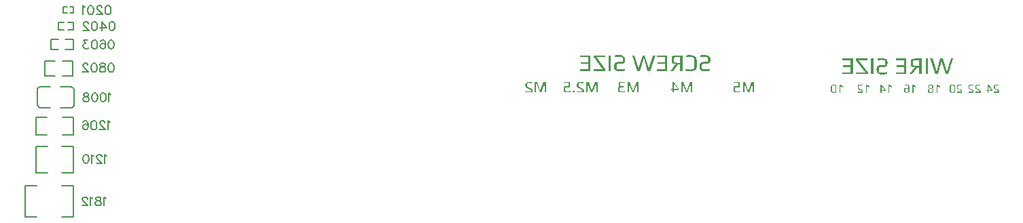
<source format=gbr>
%TF.GenerationSoftware,KiCad,Pcbnew,(6.0.9)*%
%TF.CreationDate,2023-06-30T12:05:43-04:00*%
%TF.ProjectId,TH3D Ruler,54483344-2052-4756-9c65-722e6b696361,rev?*%
%TF.SameCoordinates,Original*%
%TF.FileFunction,Legend,Bot*%
%TF.FilePolarity,Positive*%
%FSLAX46Y46*%
G04 Gerber Fmt 4.6, Leading zero omitted, Abs format (unit mm)*
G04 Created by KiCad (PCBNEW (6.0.9)) date 2023-06-30 12:05:43*
%MOMM*%
%LPD*%
G01*
G04 APERTURE LIST*
%ADD10C,0.152400*%
%ADD11C,0.000000*%
G04 APERTURE END LIST*
D10*
X-77443710Y-94123680D02*
X-77443710Y-95214710D01*
X-74248560Y-102206930D02*
X-74300510Y-101947140D01*
X-77316350Y-118023690D02*
X-77420260Y-118075630D01*
X-75695370Y-118439330D02*
X-75799280Y-118387360D01*
X-74144650Y-101375640D02*
X-73988800Y-101323690D01*
X-75266880Y-99358850D02*
X-75318820Y-99203000D01*
X-77420260Y-118075630D02*
X-77472200Y-118127600D01*
X-75175820Y-118751040D02*
X-75227780Y-118647130D01*
X-73729010Y-101375640D02*
X-73625100Y-101531520D01*
X-75746100Y-108991270D02*
X-75746100Y-109147120D01*
X-75303200Y-105491280D02*
X-75251230Y-105231510D01*
X-78662040Y-110256160D02*
X-78662040Y-108097980D01*
X-73988800Y-102414730D02*
X-74144650Y-102362780D01*
D11*
G36*
X-3769240Y-103667960D02*
G01*
X-3179960Y-104523940D01*
X-3179960Y-104681420D01*
X-3827660Y-104681420D01*
X-3827660Y-104965900D01*
X-3992760Y-104965900D01*
X-3992760Y-104681420D01*
X-4132460Y-104681420D01*
X-4132460Y-104544260D01*
X-3992760Y-104544260D01*
X-3827660Y-104544260D01*
X-3339980Y-104544260D01*
X-3827660Y-103825440D01*
X-3827660Y-104544260D01*
X-3992760Y-104544260D01*
X-3992760Y-103667960D01*
X-3769240Y-103667960D01*
G37*
D10*
X-76269540Y-94175630D02*
X-76165630Y-94331510D01*
X-77407410Y-101739340D02*
X-77303500Y-101895190D01*
X-76868290Y-109458860D02*
X-76972210Y-109562770D01*
X-76077360Y-98423670D02*
X-75973450Y-98423670D01*
X-74731700Y-106062780D02*
X-74887550Y-106114720D01*
X-76768290Y-105283450D02*
X-76820260Y-105387360D01*
X-76841040Y-94591270D02*
X-76789100Y-94331510D01*
X-75746100Y-109147120D02*
X-75798040Y-109406910D01*
X-75798040Y-109406910D02*
X-75901950Y-109562770D01*
X-77459350Y-99099090D02*
X-77459350Y-99203000D01*
X-74955140Y-98423670D02*
X-74799290Y-98475620D01*
X-75335610Y-112723700D02*
X-75543400Y-112723700D01*
X-74799290Y-98891260D02*
X-74695380Y-98995170D01*
D11*
G36*
X25724610Y-100974140D02*
G01*
X25775920Y-100874570D01*
X25862280Y-100805990D01*
X25989280Y-100762810D01*
X26069030Y-100748080D01*
X26162500Y-100737920D01*
X26269690Y-100731820D01*
X26390600Y-100729790D01*
X27076400Y-100729790D01*
X27076400Y-102677970D01*
X26784800Y-102677970D01*
X26784800Y-101847390D01*
X26502860Y-101847390D01*
X25943560Y-102677970D01*
X25587960Y-102677970D01*
X26213300Y-101809290D01*
X26107640Y-101803200D01*
X26011630Y-101785420D01*
X25925780Y-101756460D01*
X25849580Y-101715310D01*
X25743400Y-101601010D01*
X25707840Y-101446070D01*
X25707840Y-101410510D01*
X25999440Y-101410510D01*
X26005530Y-101474520D01*
X26023310Y-101527860D01*
X26052780Y-101570020D01*
X26093420Y-101601010D01*
X26217880Y-101640640D01*
X26403800Y-101654350D01*
X26784800Y-101654350D01*
X26784800Y-100922830D01*
X26377900Y-100922830D01*
X26212800Y-100936040D01*
X26094430Y-100977190D01*
X26023310Y-101045260D01*
X25999440Y-101141270D01*
X25999440Y-101410510D01*
X25707840Y-101410510D01*
X25707840Y-101110790D01*
X25724610Y-100974140D01*
G37*
D10*
X-76113690Y-94747130D02*
X-76165630Y-95006920D01*
X-77407410Y-101427610D02*
X-77459350Y-101531520D01*
X-80499380Y-99637670D02*
X-81458250Y-99637670D01*
X-76835910Y-99462760D02*
X-76783940Y-99410820D01*
X-74577060Y-112879550D02*
X-74732920Y-112723700D01*
X-75299290Y-108939330D02*
X-75195370Y-109095180D01*
X-73473150Y-96747120D02*
X-73525100Y-97006910D01*
X-73884890Y-98423670D02*
X-73729010Y-98475620D01*
X-77359350Y-96539320D02*
X-77255440Y-96695180D01*
X-77391760Y-105647130D02*
X-77443710Y-105751040D01*
X-77303500Y-99462760D02*
X-77147620Y-99514710D01*
X-77476120Y-113347140D02*
X-77476120Y-113191290D01*
X-77524170Y-118231510D02*
X-77524170Y-118335420D01*
X-73625100Y-99306910D02*
X-73729010Y-99462760D01*
X-77060500Y-112723700D02*
X-76904620Y-112775640D01*
X-76389100Y-98891260D02*
X-76337130Y-98631500D01*
X-77004620Y-118075630D02*
X-77108530Y-118023690D01*
X-76939800Y-101375640D02*
X-77043710Y-101323690D01*
X-75661720Y-98891260D02*
X-75661720Y-99047120D01*
X-75351230Y-108731500D02*
X-75351230Y-108835410D01*
X-84684280Y-120533660D02*
X-84684280Y-116620490D01*
X-77232000Y-108523680D02*
X-77128090Y-108523680D01*
X-75698040Y-105231510D02*
X-75646100Y-105491280D01*
X-77320260Y-113762790D02*
X-77424170Y-113606930D01*
X-77407410Y-99358850D02*
X-77303500Y-99462760D01*
X-74643410Y-99151030D02*
X-74695380Y-99358850D01*
X-76246100Y-118231510D02*
X-76350010Y-118179540D01*
X-75869540Y-101375640D02*
X-75765630Y-101531520D01*
X-75510990Y-94123680D02*
X-75614910Y-94175630D01*
X-75059050Y-98423670D02*
X-74955140Y-98423670D01*
X-74575820Y-105491280D02*
X-74575820Y-105647130D01*
X-74248560Y-99306910D02*
X-74300510Y-99047120D01*
X-73884890Y-101323690D02*
X-73729010Y-101375640D01*
X-77443710Y-105906920D02*
X-77391760Y-106010830D01*
X-77180030Y-108939330D02*
X-77128090Y-108939330D01*
X-76337130Y-99306910D02*
X-76389100Y-99047120D01*
X-76685190Y-95162770D02*
X-76789100Y-95006920D01*
X-74129010Y-95162770D02*
X-74284890Y-95214710D01*
X-75751230Y-112931520D02*
X-75751230Y-113035430D01*
X-75331700Y-118543220D02*
X-75487550Y-118491270D01*
X-76800700Y-113606930D02*
X-76904620Y-113762790D01*
X-76057810Y-108523680D02*
X-75901950Y-108575620D01*
X-75543400Y-112723700D02*
X-75647320Y-112775640D01*
X-77028090Y-105491280D02*
X-77235910Y-105439330D01*
X-75699280Y-113139340D02*
X-75595370Y-113295200D01*
D11*
G36*
X33360360Y-103993690D02*
G01*
X33515290Y-104015030D01*
X33515290Y-104121710D01*
X33352230Y-104096820D01*
X33228280Y-104088690D01*
X33180520Y-104089700D01*
X33140390Y-104094280D01*
X33107880Y-104101390D01*
X33083500Y-104111550D01*
X33064700Y-104126790D01*
X33051490Y-104147620D01*
X33043360Y-104173520D01*
X33040320Y-104205530D01*
X33040320Y-104337610D01*
X33046410Y-104378760D01*
X33064700Y-104414820D01*
X33094670Y-104444800D01*
X33136840Y-104469690D01*
X33341050Y-104559600D01*
X33407600Y-104594150D01*
X33444180Y-104617010D01*
X33475670Y-104640880D01*
X33497510Y-104662730D01*
X33518850Y-104690670D01*
X33535620Y-104723690D01*
X33541200Y-104742480D01*
X33547810Y-104782110D01*
X33548320Y-104977690D01*
X32895540Y-104977690D01*
X32895540Y-104873550D01*
X33411150Y-104873550D01*
X33411150Y-104807510D01*
X33405060Y-104766870D01*
X33386770Y-104731310D01*
X33355780Y-104700830D01*
X33312100Y-104675430D01*
X33019490Y-104539280D01*
X32971740Y-104510330D01*
X32937190Y-104480360D01*
X32923980Y-104464100D01*
X32913320Y-104446830D01*
X32900110Y-104406700D01*
X32895540Y-104357930D01*
X32895540Y-104197910D01*
X32900110Y-104144570D01*
X32913320Y-104099860D01*
X32935670Y-104063290D01*
X32966650Y-104035350D01*
X33008310Y-104014010D01*
X33060640Y-103998770D01*
X33125150Y-103990140D01*
X33200340Y-103987090D01*
X33360360Y-103993690D01*
G37*
D10*
X-75957810Y-106114720D02*
X-76061720Y-106114720D01*
X-75903200Y-118751040D02*
X-75903200Y-118906920D01*
X-77439790Y-109458860D02*
X-77491760Y-109303000D01*
X-74643410Y-98891260D02*
X-74643410Y-99151030D01*
X-75646100Y-105491280D02*
X-75646100Y-105647130D01*
X-77180030Y-109614710D02*
X-77335910Y-109562770D01*
X-76835910Y-101583460D02*
X-76835910Y-101531520D01*
X-74575820Y-105647130D02*
X-74627790Y-105906920D01*
X-76061720Y-106114720D02*
X-76217600Y-106062780D01*
X-74799290Y-101843230D02*
X-74955140Y-101791280D01*
D11*
G36*
X30589220Y-104154730D02*
G01*
X30596840Y-104129330D01*
X30619700Y-104084120D01*
X30647640Y-104050590D01*
X30664400Y-104038400D01*
X30705040Y-104018080D01*
X30751780Y-104003850D01*
X30794960Y-103995220D01*
X30838640Y-103989630D01*
X30893000Y-103987090D01*
X30997650Y-103988100D01*
X31047940Y-103992680D01*
X31096200Y-104002840D01*
X31141920Y-104018080D01*
X31179000Y-104038400D01*
X31209480Y-104066840D01*
X31236410Y-104107480D01*
X31247080Y-104131870D01*
X31255200Y-104158280D01*
X31260790Y-104186730D01*
X31263840Y-104217720D01*
X31264860Y-104744010D01*
X31260790Y-104804970D01*
X31255200Y-104831380D01*
X31247080Y-104855770D01*
X31236410Y-104878120D01*
X31211010Y-104915200D01*
X31181040Y-104942130D01*
X31162750Y-104953300D01*
X31117540Y-104970070D01*
X31073340Y-104980740D01*
X31031180Y-104987850D01*
X30984440Y-104991400D01*
X30924500Y-104992930D01*
X30867090Y-104991400D01*
X30773110Y-104981750D01*
X30726380Y-104970070D01*
X30682690Y-104950260D01*
X30647640Y-104926890D01*
X30619700Y-104895390D01*
X30596840Y-104853230D01*
X30583630Y-104801410D01*
X30579320Y-104751630D01*
X30713680Y-104751630D01*
X30718760Y-104807510D01*
X30725360Y-104829350D01*
X30734000Y-104848150D01*
X30745680Y-104862880D01*
X30760410Y-104875070D01*
X30777680Y-104884720D01*
X30821370Y-104896920D01*
X30882330Y-104903010D01*
X30958020Y-104903010D01*
X31020000Y-104896920D01*
X31064200Y-104884720D01*
X31081470Y-104875070D01*
X31095690Y-104862880D01*
X31107380Y-104848150D01*
X31116520Y-104829350D01*
X31122620Y-104807510D01*
X31126680Y-104781090D01*
X31127700Y-104241090D01*
X31123630Y-104178600D01*
X31118040Y-104154220D01*
X31109920Y-104134410D01*
X31098230Y-104118150D01*
X31084010Y-104104940D01*
X31066740Y-104095290D01*
X31022540Y-104083100D01*
X30960560Y-104076500D01*
X30883860Y-104076500D01*
X30821370Y-104083100D01*
X30777680Y-104095290D01*
X30760410Y-104104940D01*
X30745680Y-104118150D01*
X30734000Y-104134410D01*
X30725360Y-104154220D01*
X30718760Y-104178600D01*
X30713680Y-104241090D01*
X30713680Y-104751630D01*
X30579320Y-104751630D01*
X30580070Y-104214160D01*
X30589220Y-104154730D01*
G37*
D10*
X-75370790Y-102206930D02*
X-75318820Y-102310840D01*
X-75279730Y-118387360D02*
X-75383640Y-118439330D01*
X-77472200Y-118439330D02*
X-77368290Y-118595190D01*
X-79646950Y-99637670D02*
X-78688080Y-99637670D01*
X-76217600Y-106062780D02*
X-76321510Y-105906920D01*
X-75162960Y-99462760D02*
X-75266880Y-99358850D01*
X-75279730Y-118075630D02*
X-75227780Y-118179540D01*
X-74544650Y-94175630D02*
X-74388800Y-94123680D01*
X-74903200Y-102414730D02*
X-74747320Y-102362780D01*
X-83284280Y-111744480D02*
X-81849360Y-111744480D01*
X-75043410Y-95214710D02*
X-75770790Y-95214710D01*
X-76161720Y-108523680D02*
X-76057810Y-108523680D01*
X-77424170Y-113606930D02*
X-77476120Y-113347140D01*
X-78662040Y-120533660D02*
X-78662040Y-116620490D01*
X-76393010Y-96591270D02*
X-76341040Y-96331500D01*
X-75303200Y-105647130D02*
X-75303200Y-105491280D01*
X-73884890Y-99514710D02*
X-73988800Y-99514710D01*
X-76233220Y-99462760D02*
X-76337130Y-99306910D01*
X-79799380Y-97175670D02*
X-80517410Y-97175670D01*
D11*
G36*
X-8898480Y-104750000D02*
G01*
X-8890860Y-104747460D01*
X-8476840Y-103667960D01*
X-8184740Y-103667960D01*
X-8184740Y-104965900D01*
X-8360000Y-104965900D01*
X-8360000Y-103868620D01*
X-8370160Y-103868620D01*
X-8799420Y-104965900D01*
X-8974680Y-104965900D01*
X-9391240Y-103868620D01*
X-9401400Y-103868620D01*
X-9401400Y-104965900D01*
X-9571580Y-104965900D01*
X-9571580Y-103667960D01*
X-9292180Y-103667960D01*
X-8898480Y-104750000D01*
G37*
D10*
X-73625100Y-102206930D02*
X-73729010Y-102362780D01*
D11*
G36*
X-16171220Y-104965900D02*
G01*
X-16404900Y-104965900D01*
X-16404900Y-104750000D01*
X-16171220Y-104750000D01*
X-16171220Y-104965900D01*
G37*
D10*
X-74747320Y-101687370D02*
X-74851230Y-101739340D01*
X-76393010Y-96747120D02*
X-76393010Y-96591270D01*
X-75666870Y-94227590D02*
X-75718820Y-94331510D01*
X-74700510Y-94591270D02*
X-74648560Y-94331510D01*
X-74232920Y-105023690D02*
X-74232920Y-106114720D01*
X-74747320Y-101375640D02*
X-74695380Y-101479550D01*
X-77459350Y-99203000D02*
X-77407410Y-99358850D01*
X-75973450Y-99514710D02*
X-76077360Y-99514710D01*
X-76473450Y-109147120D02*
X-76473450Y-108991270D01*
D11*
G36*
X4413520Y-104302960D02*
G01*
X3987810Y-104303470D01*
X3924310Y-104309570D01*
X3892820Y-104318200D01*
X3860810Y-104333440D01*
X3837450Y-104356300D01*
X3823730Y-104386780D01*
X3819160Y-104424880D01*
X3819160Y-104683960D01*
X3822710Y-104721550D01*
X3833890Y-104753050D01*
X3852180Y-104778450D01*
X3877580Y-104798260D01*
X3909580Y-104813500D01*
X3949710Y-104824680D01*
X3998480Y-104831280D01*
X4055380Y-104833820D01*
X4138690Y-104830770D01*
X4231150Y-104821630D01*
X4333250Y-104806390D01*
X4444000Y-104785560D01*
X4444000Y-104930340D01*
X4337320Y-104945580D01*
X4237750Y-104956760D01*
X4145290Y-104963360D01*
X4060460Y-104965900D01*
X3938540Y-104963360D01*
X3880120Y-104954730D01*
X3821700Y-104940500D01*
X3766330Y-104920180D01*
X3722640Y-104894780D01*
X3703330Y-104878020D01*
X3686060Y-104858210D01*
X3670310Y-104835850D01*
X3656600Y-104810960D01*
X3645420Y-104783020D01*
X3637290Y-104753560D01*
X3632720Y-104722060D01*
X3631200Y-104689040D01*
X3631200Y-104391860D01*
X3634250Y-104354270D01*
X3643900Y-104320230D01*
X3659650Y-104289250D01*
X3682000Y-104262320D01*
X3706890Y-104240990D01*
X3733310Y-104222700D01*
X3761750Y-104207970D01*
X3791220Y-104196280D01*
X3823730Y-104188150D01*
X3894850Y-104179520D01*
X4233180Y-104178500D01*
X4233180Y-103784800D01*
X3666760Y-103784800D01*
X3666760Y-103647640D01*
X4413520Y-103647640D01*
X4413520Y-104302960D01*
G37*
D10*
X-74177060Y-108679530D02*
X-74332920Y-108523680D01*
X-76904620Y-113762790D02*
X-77060500Y-113814730D01*
X-74573150Y-118231510D02*
X-74677060Y-118179540D01*
X-76337130Y-98631500D02*
X-76233220Y-98475620D01*
D11*
G36*
X-14195550Y-102276140D02*
G01*
X-15534130Y-102276140D01*
X-15534130Y-102072940D01*
X-14487650Y-102072940D01*
X-14487650Y-101374440D01*
X-15404590Y-101374440D01*
X-15404590Y-101168700D01*
X-14487650Y-101168700D01*
X-14487650Y-100533700D01*
X-15503650Y-100533700D01*
X-15503650Y-100330500D01*
X-14195550Y-100330500D01*
X-14195550Y-102276140D01*
G37*
D10*
X-74991460Y-105023690D02*
X-74887550Y-105023690D01*
X-74200510Y-96747120D02*
X-74200510Y-96591270D01*
X-75111000Y-102414730D02*
X-74903200Y-102414730D01*
X-76787850Y-96383440D02*
X-76787850Y-96331500D01*
X-77424170Y-112931520D02*
X-77320260Y-112775640D01*
X-74727790Y-108783450D02*
X-74727790Y-108731500D01*
X-77472200Y-118127600D02*
X-77524170Y-118231510D01*
X-74044650Y-97162770D02*
X-74148560Y-97006910D01*
X-73729010Y-98475620D02*
X-73625100Y-98631500D01*
X-76421510Y-109406910D02*
X-76473450Y-109147120D01*
X-75646100Y-105647130D02*
X-75698040Y-105906920D01*
X-78599740Y-106605780D02*
X-78599740Y-104548380D01*
X-75127780Y-112983460D02*
X-75127780Y-112931520D01*
X-75435610Y-118023690D02*
X-75279730Y-118075630D01*
X-75251230Y-105906920D02*
X-75303200Y-105647130D01*
X-76165630Y-94331510D02*
X-76113690Y-94591270D01*
X-75698040Y-105906920D02*
X-75801950Y-106062780D01*
X-75062960Y-96123680D02*
X-74543410Y-96851030D01*
X-76900700Y-118283450D02*
X-76900700Y-118231510D01*
X-73973150Y-94591270D02*
X-73973150Y-94747130D01*
D11*
G36*
X-15373150Y-103647130D02*
G01*
X-15267480Y-103654240D01*
X-15163340Y-103666430D01*
X-15061240Y-103683200D01*
X-15061240Y-103822900D01*
X-15175540Y-103805120D01*
X-15277140Y-103792420D01*
X-15366040Y-103784800D01*
X-15442240Y-103782260D01*
X-15506750Y-103783780D01*
X-15561110Y-103789880D01*
X-15604790Y-103799020D01*
X-15637820Y-103812740D01*
X-15662200Y-103831530D01*
X-15679470Y-103858460D01*
X-15690140Y-103892490D01*
X-15693700Y-103934660D01*
X-15693700Y-104112460D01*
X-15661690Y-104215580D01*
X-15566700Y-104287720D01*
X-15350790Y-104384240D01*
X-15293390Y-104408110D01*
X-15204490Y-104453330D01*
X-15133880Y-104499050D01*
X-15097300Y-104529530D01*
X-15069360Y-104562550D01*
X-15045490Y-104604710D01*
X-15026690Y-104652460D01*
X-15016530Y-104705800D01*
X-15015520Y-104965900D01*
X-15886740Y-104965900D01*
X-15886740Y-104826200D01*
X-15200930Y-104826200D01*
X-15200930Y-104739840D01*
X-15233450Y-104637220D01*
X-15330470Y-104564580D01*
X-15632740Y-104424880D01*
X-15722140Y-104381700D01*
X-15787680Y-104343600D01*
X-15811550Y-104323790D01*
X-15831870Y-104302960D01*
X-15849650Y-104280610D01*
X-15863880Y-104257240D01*
X-15874040Y-104232350D01*
X-15881150Y-104204910D01*
X-15885210Y-104173930D01*
X-15886740Y-104140400D01*
X-15886740Y-103927040D01*
X-15863370Y-103796480D01*
X-15792760Y-103711140D01*
X-15666260Y-103661350D01*
X-15480340Y-103645100D01*
X-15373150Y-103647130D01*
G37*
D10*
X-73525100Y-96331500D02*
X-73473150Y-96591270D01*
X-74955140Y-99514710D02*
X-75007110Y-99514710D01*
X-76425390Y-94123680D02*
X-76269540Y-94175630D01*
D11*
G36*
X15783560Y-104183180D02*
G01*
X15790160Y-104154730D01*
X15808450Y-104104940D01*
X15819620Y-104084620D01*
X15832830Y-104066840D01*
X15847060Y-104052620D01*
X15884140Y-104028240D01*
X15928340Y-104009440D01*
X15973550Y-103998770D01*
X16017240Y-103991660D01*
X16064480Y-103988100D01*
X16123920Y-103986580D01*
X16222980Y-103989120D01*
X16271240Y-103996740D01*
X16319500Y-104009440D01*
X16361660Y-104028240D01*
X16395700Y-104052620D01*
X16410430Y-104068370D01*
X16435830Y-104107480D01*
X16446500Y-104131360D01*
X16454620Y-104157780D01*
X16463260Y-104217720D01*
X16463260Y-104775500D01*
X16454620Y-104831380D01*
X16446500Y-104855260D01*
X16435830Y-104878120D01*
X16411950Y-104914700D01*
X16381980Y-104942130D01*
X16342860Y-104962450D01*
X16273270Y-104980740D01*
X16230600Y-104987340D01*
X16183860Y-104991400D01*
X16094450Y-104992420D01*
X15995900Y-104985310D01*
X15949160Y-104976670D01*
X15903950Y-104960420D01*
X15865850Y-104938570D01*
X15834360Y-104912160D01*
X15820640Y-104895390D01*
X15808960Y-104875580D01*
X15798800Y-104852720D01*
X15783560Y-104801410D01*
X15778860Y-104751120D01*
X15915640Y-104751120D01*
X15916650Y-104781090D01*
X15920210Y-104807000D01*
X15925800Y-104829350D01*
X15933420Y-104847640D01*
X15945100Y-104862880D01*
X15959320Y-104875580D01*
X15977100Y-104885740D01*
X15996920Y-104893360D01*
X16049750Y-104900980D01*
X16121380Y-104903520D01*
X16191990Y-104900980D01*
X16245840Y-104893360D01*
X16266160Y-104885740D01*
X16283430Y-104875580D01*
X16297650Y-104862880D01*
X16309330Y-104847640D01*
X16318480Y-104829350D01*
X16324570Y-104807000D01*
X16328640Y-104781090D01*
X16328640Y-104207560D01*
X16324570Y-104178600D01*
X16318480Y-104154220D01*
X16309330Y-104133900D01*
X16297650Y-104117640D01*
X16283430Y-104104940D01*
X16266160Y-104094780D01*
X16222980Y-104082590D01*
X16160490Y-104076500D01*
X16083280Y-104076500D01*
X16020790Y-104082590D01*
X15978120Y-104094780D01*
X15961360Y-104104940D01*
X15947640Y-104117640D01*
X15935960Y-104133900D01*
X15927320Y-104154220D01*
X15920720Y-104178600D01*
X15915640Y-104240580D01*
X15915640Y-104751120D01*
X15778860Y-104751120D01*
X15778480Y-104248200D01*
X15783560Y-104183180D01*
G37*
D10*
X-74144650Y-98475620D02*
X-73988800Y-98423670D01*
X-74077060Y-105179540D02*
X-74232920Y-105023690D01*
X-75227780Y-118179540D02*
X-75227780Y-118283450D01*
X-73625100Y-101531520D02*
X-73573150Y-101791280D01*
X-75227780Y-118283450D02*
X-75279730Y-118387360D01*
X-76887850Y-101427610D02*
X-76939800Y-101375640D01*
X-74991460Y-106114720D02*
X-75147320Y-106062780D01*
X-75147320Y-106062780D02*
X-75251230Y-105906920D01*
X-77255440Y-96695180D02*
X-76735910Y-97214710D01*
X-74732920Y-112723700D02*
X-74732920Y-113814730D01*
D11*
G36*
X5460000Y-104750000D02*
G01*
X5465080Y-104747460D01*
X5881640Y-103667960D01*
X6171200Y-103667960D01*
X6171200Y-104965900D01*
X5998480Y-104965900D01*
X5998480Y-103868620D01*
X5988320Y-103868620D01*
X5556520Y-104965900D01*
X5383800Y-104965900D01*
X4964700Y-103868620D01*
X4954540Y-103868620D01*
X4954540Y-104965900D01*
X4786900Y-104965900D01*
X4786900Y-103667960D01*
X5066300Y-103667960D01*
X5460000Y-104750000D01*
G37*
D10*
X-75817600Y-99462760D02*
X-75973450Y-99514710D01*
X-80517410Y-97175670D02*
X-80517410Y-96178470D01*
X-77203500Y-96123680D02*
X-77307410Y-96175620D01*
X-74700510Y-94747130D02*
X-74700510Y-94591270D01*
X-77439790Y-109095180D02*
X-77335910Y-108991270D01*
X-76389100Y-99047120D02*
X-76389100Y-98891260D01*
X-80021960Y-110256160D02*
X-78662040Y-110256160D01*
X-75127780Y-112931520D02*
X-75179730Y-112827610D01*
X-77391760Y-105283450D02*
X-77391760Y-105179540D01*
X-74300510Y-101947140D02*
X-74300510Y-101791280D01*
X-76716350Y-105906920D02*
X-76716350Y-105751040D01*
X-78651450Y-95067670D02*
X-78651450Y-94286470D01*
X-76317600Y-108575620D02*
X-76161720Y-108523680D01*
X-75062960Y-96123680D02*
X-75062960Y-97214710D01*
D11*
G36*
X26343860Y-104209590D02*
G01*
X26343860Y-104331510D01*
X26049220Y-104138470D01*
X26049220Y-104976670D01*
X25917140Y-104976670D01*
X25917140Y-104003850D01*
X26046680Y-104003850D01*
X26343860Y-104209590D01*
G37*
D10*
X-75147320Y-94227590D02*
X-75199290Y-94175630D01*
X-76748760Y-113191290D02*
X-76748760Y-113347140D01*
X-76389100Y-102206930D02*
X-76441040Y-101947140D01*
X-75591460Y-118491270D02*
X-75747320Y-118543220D01*
X-76081280Y-97214710D02*
X-76237130Y-97162770D01*
X-79894880Y-95067670D02*
X-79894880Y-94286470D01*
X-75318820Y-102310840D02*
X-75266880Y-102362780D01*
X-75318820Y-101947140D02*
X-75370790Y-102051050D01*
D11*
G36*
X-12354050Y-100533700D02*
G01*
X-13469110Y-100533700D01*
X-12323570Y-102072940D01*
X-12323570Y-102276140D01*
X-13824710Y-102276140D01*
X-13824710Y-102072940D01*
X-12661390Y-102072940D01*
X-13806930Y-100533700D01*
X-13806930Y-100330500D01*
X-12354050Y-100330500D01*
X-12354050Y-100533700D01*
G37*
D10*
X-76783940Y-99410820D02*
X-76732000Y-99306910D01*
X-76839800Y-96227590D02*
X-76891760Y-96175620D01*
X-76250010Y-112879550D02*
X-76405860Y-112723700D01*
X-77491760Y-109303000D02*
X-77491760Y-109251030D01*
X-76505860Y-118023690D02*
X-76505860Y-119114720D01*
X-75111000Y-101323690D02*
X-74903200Y-101323690D01*
X-78712030Y-102894180D02*
X-78712030Y-101059990D01*
X-77128090Y-109614710D02*
X-77180030Y-109614710D01*
D11*
G36*
X-10508990Y-100303070D02*
G01*
X-10386560Y-100312220D01*
X-10280390Y-100327460D01*
X-10189970Y-100348280D01*
X-10047220Y-100409240D01*
X-9953750Y-100495600D01*
X-9900410Y-100609400D01*
X-9882630Y-100752140D01*
X-9882630Y-100909620D01*
X-9890250Y-101021380D01*
X-9912600Y-101117400D01*
X-9949680Y-101198170D01*
X-10002010Y-101262680D01*
X-10072110Y-101312980D01*
X-10162530Y-101348540D01*
X-10273790Y-101369870D01*
X-10405870Y-101376980D01*
X-10634470Y-101376980D01*
X-10787380Y-101389680D01*
X-10885930Y-101427780D01*
X-10917930Y-101458260D01*
X-10941300Y-101497890D01*
X-10955020Y-101547160D01*
X-10959590Y-101605580D01*
X-10959590Y-101857040D01*
X-10952980Y-101919530D01*
X-10934190Y-101970840D01*
X-10902180Y-102011980D01*
X-10857990Y-102042460D01*
X-10725910Y-102079040D01*
X-10532870Y-102090720D01*
X-10395710Y-102086150D01*
X-10247880Y-102072440D01*
X-10089380Y-102049580D01*
X-9920730Y-102017060D01*
X-9920730Y-102258360D01*
X-10087350Y-102279700D01*
X-10241780Y-102294940D01*
X-10384530Y-102303580D01*
X-10515090Y-102306620D01*
X-10638020Y-102303580D01*
X-10748770Y-102293920D01*
X-10846300Y-102278180D01*
X-10931650Y-102255820D01*
X-11070840Y-102188260D01*
X-11167870Y-102085640D01*
X-11224760Y-101942900D01*
X-11244070Y-101757980D01*
X-11244070Y-101615740D01*
X-11232380Y-101467920D01*
X-11198350Y-101354120D01*
X-11170410Y-101308910D01*
X-11134340Y-101269800D01*
X-11090140Y-101236780D01*
X-11038330Y-101209340D01*
X-10904220Y-101173280D01*
X-10725910Y-101161080D01*
X-10492230Y-101161080D01*
X-10338300Y-101149910D01*
X-10238230Y-101115360D01*
X-10205710Y-101087930D01*
X-10182860Y-101053900D01*
X-10169140Y-101013260D01*
X-10164570Y-100965500D01*
X-10164570Y-100744520D01*
X-10170160Y-100683060D01*
X-10187430Y-100631240D01*
X-10215870Y-100588060D01*
X-10256010Y-100554020D01*
X-10313410Y-100530660D01*
X-10394180Y-100514400D01*
X-10498830Y-100504240D01*
X-10626850Y-100500680D01*
X-10726920Y-100504240D01*
X-10847320Y-100513380D01*
X-10987530Y-100529640D01*
X-11147550Y-100551480D01*
X-11147550Y-100333040D01*
X-11001750Y-100318820D01*
X-10870180Y-100308660D01*
X-10751820Y-100302060D01*
X-10647170Y-100300020D01*
X-10508990Y-100303070D01*
G37*
D10*
X-75821510Y-97162770D02*
X-75977360Y-97214710D01*
X-74144650Y-102362780D02*
X-74248560Y-102206930D01*
X-77183940Y-105023690D02*
X-76976120Y-105023690D01*
X-75799280Y-118387360D02*
X-75851230Y-118283450D01*
X-75266880Y-102362780D02*
X-75111000Y-102414730D01*
X-75195370Y-109095180D02*
X-74675820Y-109614710D01*
X-74144650Y-99462760D02*
X-74248560Y-99306910D01*
X-74677060Y-118179540D02*
X-74832920Y-118023690D01*
X-75817600Y-98475620D02*
X-75713690Y-98631500D01*
X-77407410Y-98943210D02*
X-77459350Y-99099090D01*
X-75747320Y-118543220D02*
X-75851230Y-118647130D01*
X-74731700Y-105075630D02*
X-74627790Y-105231510D01*
X-77108530Y-118023690D02*
X-77316350Y-118023690D01*
X-77391760Y-105179540D02*
X-77339790Y-105075630D01*
X-77443710Y-105751040D02*
X-77443710Y-105906920D01*
X-81924370Y-110256160D02*
X-83284280Y-110256160D01*
X-76972210Y-108575620D02*
X-76868290Y-108731500D01*
X-75821510Y-96175620D02*
X-75717600Y-96331500D01*
X-77320260Y-112775640D02*
X-77164410Y-112723700D01*
X-77359350Y-96227590D02*
X-77411300Y-96331500D01*
X-73573150Y-99047120D02*
X-73625100Y-99306910D01*
X-74935610Y-108523680D02*
X-75143410Y-108523680D01*
D11*
G36*
X19560540Y-103993690D02*
G01*
X19715480Y-104015030D01*
X19715480Y-104121710D01*
X19551900Y-104096820D01*
X19428460Y-104088690D01*
X19380200Y-104089700D01*
X19340060Y-104094280D01*
X19307550Y-104101390D01*
X19283680Y-104111550D01*
X19264370Y-104126790D01*
X19251160Y-104147620D01*
X19243040Y-104173520D01*
X19240500Y-104205530D01*
X19240500Y-104337610D01*
X19246080Y-104378760D01*
X19264370Y-104414820D01*
X19294340Y-104444800D01*
X19337020Y-104469690D01*
X19540720Y-104559600D01*
X19607270Y-104594150D01*
X19644360Y-104617010D01*
X19675340Y-104640880D01*
X19697700Y-104662730D01*
X19718520Y-104690670D01*
X19735800Y-104723690D01*
X19740880Y-104742480D01*
X19747480Y-104782110D01*
X19748500Y-104977690D01*
X19095720Y-104977690D01*
X19095720Y-104873550D01*
X19611340Y-104873550D01*
X19611340Y-104807510D01*
X19604730Y-104766870D01*
X19586440Y-104731310D01*
X19555460Y-104700830D01*
X19512280Y-104675430D01*
X19250150Y-104555030D01*
X19193250Y-104524550D01*
X19152610Y-104495600D01*
X19136860Y-104480360D01*
X19123660Y-104464100D01*
X19113500Y-104446830D01*
X19105370Y-104427520D01*
X19099780Y-104406700D01*
X19096730Y-104383330D01*
X19095720Y-104197910D01*
X19099780Y-104144570D01*
X19113500Y-104099860D01*
X19135340Y-104063290D01*
X19166840Y-104035350D01*
X19207980Y-104014010D01*
X19260820Y-103998770D01*
X19324820Y-103990140D01*
X19400520Y-103987090D01*
X19560540Y-103993690D01*
G37*
D10*
X-75214910Y-98475620D02*
X-75059050Y-98423670D01*
D11*
G36*
X25179520Y-102677970D02*
G01*
X23840440Y-102677970D01*
X23840440Y-102472230D01*
X24889460Y-102472230D01*
X24889460Y-101773730D01*
X23970480Y-101773730D01*
X23970480Y-101570530D01*
X24889460Y-101570530D01*
X24889460Y-100935530D01*
X23870920Y-100935530D01*
X23870920Y-100729790D01*
X25179520Y-100729790D01*
X25179520Y-102677970D01*
G37*
G36*
X28923480Y-102401110D02*
G01*
X28930600Y-102401110D01*
X29413700Y-100729790D01*
X29721040Y-100729790D01*
X30206180Y-102401110D01*
X30210760Y-102401110D01*
X30693860Y-100729790D01*
X31003240Y-100729790D01*
X30394140Y-102677970D01*
X30056320Y-102677970D01*
X29578800Y-101057450D01*
X29113980Y-102677970D01*
X28773120Y-102677970D01*
X28145740Y-100729790D01*
X28440380Y-100729790D01*
X28923480Y-102401110D01*
G37*
D10*
X-73473150Y-96591270D02*
X-73473150Y-96747120D01*
X-75643400Y-119114720D02*
X-75435610Y-119114720D01*
X-75266880Y-98579530D02*
X-75214910Y-98475620D01*
X-76129310Y-101323690D02*
X-76025400Y-101323690D01*
D11*
G36*
X36530280Y-103993690D02*
G01*
X36685220Y-104015030D01*
X36685220Y-104121710D01*
X36522150Y-104096820D01*
X36398200Y-104088690D01*
X36350440Y-104089700D01*
X36310310Y-104094280D01*
X36277800Y-104101390D01*
X36253420Y-104111550D01*
X36234620Y-104126790D01*
X36221410Y-104147620D01*
X36213280Y-104173520D01*
X36210240Y-104205530D01*
X36210240Y-104337610D01*
X36216330Y-104378760D01*
X36234620Y-104414820D01*
X36264590Y-104444800D01*
X36306760Y-104469690D01*
X36528240Y-104568240D01*
X36595810Y-104604820D01*
X36630860Y-104629200D01*
X36657780Y-104652060D01*
X36678610Y-104675940D01*
X36697920Y-104706420D01*
X36711120Y-104742480D01*
X36717730Y-104782110D01*
X36718240Y-104977690D01*
X36065460Y-104977690D01*
X36065460Y-104873550D01*
X36581080Y-104873550D01*
X36581080Y-104807510D01*
X36574980Y-104766870D01*
X36556690Y-104731310D01*
X36525700Y-104700830D01*
X36482010Y-104675430D01*
X36189410Y-104539280D01*
X36141650Y-104510330D01*
X36107110Y-104480360D01*
X36093900Y-104464100D01*
X36083240Y-104446830D01*
X36070030Y-104406700D01*
X36065460Y-104357930D01*
X36065460Y-104197910D01*
X36070030Y-104144570D01*
X36083240Y-104099860D01*
X36105590Y-104063290D01*
X36136580Y-104035350D01*
X36178230Y-104014010D01*
X36230560Y-103998770D01*
X36295070Y-103990140D01*
X36370260Y-103987090D01*
X36530280Y-103993690D01*
G37*
D10*
X-76835910Y-98423670D02*
X-77407410Y-98423670D01*
X-76891760Y-96175620D02*
X-76995680Y-96123680D01*
X-76529310Y-95214710D02*
X-76685190Y-95162770D01*
D11*
G36*
X27879540Y-104591610D02*
G01*
X27888180Y-104566210D01*
X27902400Y-104543350D01*
X27922220Y-104523030D01*
X27947110Y-104503720D01*
X27975560Y-104487980D01*
X28008070Y-104474770D01*
X28044140Y-104464610D01*
X28044140Y-104459530D01*
X28013150Y-104450380D01*
X27986220Y-104439720D01*
X27963870Y-104426510D01*
X27945080Y-104411270D01*
X27930850Y-104392980D01*
X27920180Y-104371640D01*
X27914090Y-104347260D01*
X27913000Y-104332530D01*
X28046680Y-104332530D01*
X28049220Y-104358440D01*
X28056330Y-104379770D01*
X28068010Y-104397550D01*
X28084780Y-104411270D01*
X28108650Y-104419900D01*
X28140150Y-104426510D01*
X28224480Y-104431590D01*
X28308300Y-104426510D01*
X28338780Y-104419900D01*
X28361640Y-104411270D01*
X28378400Y-104397550D01*
X28390080Y-104379770D01*
X28397700Y-104358440D01*
X28399740Y-104332530D01*
X28399740Y-104175050D01*
X28397200Y-104149140D01*
X28389580Y-104127300D01*
X28376880Y-104109520D01*
X28359100Y-104096310D01*
X28335730Y-104086150D01*
X28305250Y-104079040D01*
X28268160Y-104074460D01*
X28179770Y-104074460D01*
X28142180Y-104079040D01*
X28111190Y-104086150D01*
X28087320Y-104096310D01*
X28069540Y-104109520D01*
X28056840Y-104127300D01*
X28049220Y-104149140D01*
X28046680Y-104175050D01*
X28046680Y-104332530D01*
X27913000Y-104332530D01*
X27912060Y-104167430D01*
X27915610Y-104127800D01*
X27924760Y-104096310D01*
X27942540Y-104066340D01*
X27970480Y-104037890D01*
X28065980Y-103999790D01*
X28224480Y-103987090D01*
X28381450Y-103999790D01*
X28475940Y-104037890D01*
X28491180Y-104051600D01*
X28514040Y-104081070D01*
X28527240Y-104111040D01*
X28533850Y-104146600D01*
X28534360Y-104319830D01*
X28532320Y-104347260D01*
X28526230Y-104371640D01*
X28516070Y-104392980D01*
X28501340Y-104411270D01*
X28482540Y-104426510D01*
X28459680Y-104439720D01*
X28431740Y-104450380D01*
X28399740Y-104459530D01*
X28399740Y-104464610D01*
X28435800Y-104474770D01*
X28468320Y-104487980D01*
X28497270Y-104503720D01*
X28521660Y-104523030D01*
X28541980Y-104543350D01*
X28556200Y-104566210D01*
X28564840Y-104591610D01*
X28567380Y-104619550D01*
X28567380Y-104802430D01*
X28562300Y-104849160D01*
X28547060Y-104889300D01*
X28521660Y-104921810D01*
X28486100Y-104947210D01*
X28381450Y-104981240D01*
X28224480Y-104992930D01*
X28063950Y-104981240D01*
X27957780Y-104947210D01*
X27922220Y-104921810D01*
X27896820Y-104888790D01*
X27881580Y-104848150D01*
X27877300Y-104807510D01*
X28023820Y-104807510D01*
X28026860Y-104831890D01*
X28035500Y-104853230D01*
X28049720Y-104869990D01*
X28069540Y-104883710D01*
X28095440Y-104892340D01*
X28129990Y-104898950D01*
X28224480Y-104904030D01*
X28317440Y-104898950D01*
X28351480Y-104892340D01*
X28376880Y-104883710D01*
X28397200Y-104869990D01*
X28411420Y-104853230D01*
X28420060Y-104831890D01*
X28422600Y-104807510D01*
X28422600Y-104624630D01*
X28418530Y-104589580D01*
X28406340Y-104562140D01*
X28385510Y-104541320D01*
X28356560Y-104528110D01*
X28283910Y-104516420D01*
X28247340Y-104515410D01*
X28145740Y-104517950D01*
X28087320Y-104528110D01*
X28059880Y-104541320D01*
X28040070Y-104562140D01*
X28027880Y-104589580D01*
X28023820Y-104624630D01*
X28023820Y-104807510D01*
X27877300Y-104807510D01*
X27876500Y-104619550D01*
X27879540Y-104591610D01*
G37*
D10*
X-81508160Y-104281680D02*
X-82905160Y-104281680D01*
X-78662040Y-116620490D02*
X-80096960Y-116620490D01*
X-73888800Y-96123680D02*
X-73784890Y-96123680D01*
X-75665630Y-96747120D02*
X-75717600Y-97006910D01*
X-76217600Y-105075630D02*
X-76061720Y-105023690D01*
X-74747320Y-102362780D02*
X-74695380Y-102310840D01*
X-73729010Y-99462760D02*
X-73884890Y-99514710D01*
X-78599740Y-104548380D02*
X-78866440Y-104281680D01*
X-77411300Y-96435410D02*
X-77359350Y-96539320D01*
X-75299290Y-108627590D02*
X-75351230Y-108731500D01*
X-75661720Y-99047120D02*
X-75713690Y-99306910D01*
X-80949360Y-102894180D02*
X-82234300Y-102894180D01*
X-77164410Y-113814730D02*
X-77320260Y-113762790D01*
X-75318820Y-101583460D02*
X-75318820Y-101479550D01*
X-74300510Y-98891260D02*
X-74248560Y-98631500D01*
D11*
G36*
X31930340Y-103993690D02*
G01*
X32085280Y-104015030D01*
X32085280Y-104121710D01*
X31922210Y-104096820D01*
X31798260Y-104088690D01*
X31750500Y-104089700D01*
X31709860Y-104094280D01*
X31677860Y-104101390D01*
X31653480Y-104111550D01*
X31634680Y-104126790D01*
X31621470Y-104147620D01*
X31613340Y-104173520D01*
X31610300Y-104205530D01*
X31610300Y-104337610D01*
X31616390Y-104378760D01*
X31634680Y-104414820D01*
X31664650Y-104444800D01*
X31706820Y-104469690D01*
X31910520Y-104559600D01*
X31977580Y-104594150D01*
X32014160Y-104617010D01*
X32045650Y-104640880D01*
X32067500Y-104662730D01*
X32088830Y-104690670D01*
X32105600Y-104723690D01*
X32111180Y-104742480D01*
X32117790Y-104782110D01*
X32118300Y-104977690D01*
X31465520Y-104977690D01*
X31465520Y-104873550D01*
X31981140Y-104873550D01*
X31981140Y-104807510D01*
X31975040Y-104766870D01*
X31956750Y-104731310D01*
X31925760Y-104700830D01*
X31882080Y-104675430D01*
X31589470Y-104539280D01*
X31541720Y-104510330D01*
X31506660Y-104480360D01*
X31483300Y-104446830D01*
X31475680Y-104427520D01*
X31466530Y-104383330D01*
X31465520Y-104197910D01*
X31470090Y-104144570D01*
X31483300Y-104099860D01*
X31505650Y-104063290D01*
X31536640Y-104035350D01*
X31577780Y-104014010D01*
X31630620Y-103998770D01*
X31694620Y-103990140D01*
X31770320Y-103987090D01*
X31930340Y-103993690D01*
G37*
D10*
X-76161720Y-109614710D02*
X-76317600Y-109562770D01*
X-77339790Y-105075630D02*
X-77183940Y-105023690D01*
X-80238040Y-106847080D02*
X-78841040Y-106847080D01*
X-76405860Y-112723700D02*
X-76405860Y-113814730D01*
X-75303200Y-94123680D02*
X-75510990Y-94123680D01*
X-73988800Y-98423670D02*
X-73884890Y-98423670D01*
X-76816350Y-109251030D02*
X-76868290Y-109458860D01*
X-78841040Y-106847080D02*
X-78599740Y-106605780D01*
X-79106970Y-95067670D02*
X-78651450Y-95067670D01*
X-77491760Y-109251030D02*
X-77439790Y-109095180D01*
X-76768290Y-105179540D02*
X-76768290Y-105283450D01*
X-82234300Y-102894180D02*
X-82234300Y-101059990D01*
D11*
G36*
X24893520Y-104600750D02*
G01*
X24896570Y-104548940D01*
X24906220Y-104506770D01*
X24914350Y-104487470D01*
X24932130Y-104456990D01*
X24953460Y-104436160D01*
X24967690Y-104428030D01*
X25005280Y-104415330D01*
X25045410Y-104408730D01*
X25131260Y-104401110D01*
X25416760Y-104400090D01*
X25415740Y-104214160D01*
X25411680Y-104186220D01*
X25405580Y-104162350D01*
X25396440Y-104143550D01*
X25384760Y-104127300D01*
X25370530Y-104113580D01*
X25353260Y-104102910D01*
X25332940Y-104095290D01*
X25279600Y-104085640D01*
X25205940Y-104082590D01*
X25083510Y-104087670D01*
X24939240Y-104102910D01*
X24939240Y-104001310D01*
X25078430Y-103989630D01*
X25185620Y-103986070D01*
X25209500Y-103986070D01*
X25315160Y-103993180D01*
X25365960Y-104003340D01*
X25415740Y-104019600D01*
X25456380Y-104039920D01*
X25472640Y-104052110D01*
X25488390Y-104068370D01*
X25503120Y-104087670D01*
X25528520Y-104133390D01*
X25538680Y-104159810D01*
X25545790Y-104187750D01*
X25549860Y-104218230D01*
X25551380Y-104250230D01*
X25550360Y-104773470D01*
X25546810Y-104802430D01*
X25533600Y-104854750D01*
X25512260Y-104897930D01*
X25487880Y-104930950D01*
X25472640Y-104942640D01*
X25436060Y-104961940D01*
X25371550Y-104980740D01*
X25330400Y-104986830D01*
X25283660Y-104990390D01*
X25223720Y-104991910D01*
X25152090Y-104989880D01*
X25094180Y-104984290D01*
X25045410Y-104972610D01*
X24995120Y-104953810D01*
X24918920Y-104876600D01*
X24894970Y-104750610D01*
X25025600Y-104750610D01*
X25026620Y-104781600D01*
X25030170Y-104808520D01*
X25035760Y-104830880D01*
X25043380Y-104849670D01*
X25053540Y-104863900D01*
X25066750Y-104875580D01*
X25083000Y-104885230D01*
X25101800Y-104892850D01*
X25150570Y-104900470D01*
X25221180Y-104903010D01*
X25290270Y-104900470D01*
X25340560Y-104892850D01*
X25359360Y-104885230D01*
X25375610Y-104875580D01*
X25388820Y-104863900D01*
X25398980Y-104849670D01*
X25406600Y-104830880D01*
X25412190Y-104808020D01*
X25415740Y-104781600D01*
X25416760Y-104488990D01*
X25148030Y-104490520D01*
X25096720Y-104496610D01*
X25077920Y-104502710D01*
X25062680Y-104510330D01*
X25049980Y-104520490D01*
X25040840Y-104532170D01*
X25034240Y-104545380D01*
X25026620Y-104581960D01*
X25025600Y-104750610D01*
X24894970Y-104750610D01*
X24893520Y-104742990D01*
X24893520Y-104600750D01*
G37*
D10*
X-77128090Y-108523680D02*
X-76972210Y-108575620D01*
D11*
G36*
X23344120Y-104208070D02*
G01*
X23344120Y-104332530D01*
X23049480Y-104139490D01*
X23049480Y-104977690D01*
X22917400Y-104977690D01*
X22917400Y-104004870D01*
X23046940Y-104004870D01*
X23344120Y-104208070D01*
G37*
D10*
X-77339790Y-105387360D02*
X-77391760Y-105283450D01*
X-76350010Y-118179540D02*
X-76505860Y-118023690D01*
X-75247320Y-108575620D02*
X-75299290Y-108627590D01*
X-74300510Y-99047120D02*
X-74300510Y-98891260D01*
X-76441040Y-101947140D02*
X-76441040Y-101791280D01*
X-81508160Y-104281680D02*
X-81508160Y-104281680D01*
X-77251530Y-98839320D02*
X-77355440Y-98891260D01*
X-78866440Y-104281680D02*
X-80238040Y-104281680D01*
X-76783940Y-102414730D02*
X-77511300Y-102414730D01*
X-75751230Y-113035430D02*
X-75699280Y-113139340D01*
X-75487550Y-118491270D02*
X-75695370Y-118439330D01*
X-75095370Y-94331510D02*
X-75147320Y-94227590D01*
X-76820260Y-105075630D02*
X-76768290Y-105179540D01*
X-75713690Y-98631500D02*
X-75661720Y-98891260D01*
X-75007110Y-99514710D02*
X-75162960Y-99462760D01*
X-76685190Y-94175630D02*
X-76529310Y-94123680D01*
X-82879760Y-106847080D02*
X-81508160Y-106847080D01*
X-75973450Y-98423670D02*
X-75817600Y-98475620D01*
X-74648560Y-94331510D02*
X-74544650Y-94175630D01*
X-75562960Y-94695180D02*
X-75043410Y-95214710D01*
X-77387850Y-108575620D02*
X-77232000Y-108523680D01*
X-74779730Y-108627590D02*
X-74831700Y-108575620D01*
X-77060500Y-113814730D02*
X-77164410Y-113814730D01*
X-74799290Y-98475620D02*
X-74695380Y-98631500D01*
X-74073150Y-108731500D02*
X-74177060Y-108679530D01*
X-75643400Y-118023690D02*
X-75435610Y-118023690D01*
X-75717600Y-96331500D02*
X-75665630Y-96591270D01*
X-74044650Y-96175620D02*
X-73888800Y-96123680D01*
X-75059050Y-101791280D02*
X-75214910Y-101843230D01*
X-76972210Y-109562770D02*
X-77128090Y-109614710D01*
X-75266880Y-101375640D02*
X-75111000Y-101323690D01*
X-75765630Y-102206930D02*
X-75869540Y-102362780D01*
X-76321510Y-105231510D02*
X-76217600Y-105075630D01*
X-76025400Y-101323690D02*
X-75869540Y-101375640D01*
D11*
G36*
X21043900Y-102677970D02*
G01*
X20752300Y-102677970D01*
X20752300Y-100729790D01*
X21043900Y-100729790D01*
X21043900Y-102677970D01*
G37*
D10*
X-80238040Y-106847080D02*
X-80238040Y-106847080D01*
X-74695380Y-98995170D02*
X-74643410Y-99151030D01*
X-83249360Y-120533660D02*
X-84684280Y-120533660D01*
X-75318820Y-101479550D02*
X-75266880Y-101375640D01*
X-75370790Y-102051050D02*
X-75370790Y-102206930D01*
X-75351230Y-108835410D02*
X-75299290Y-108939330D01*
X-76952670Y-118127600D02*
X-77004620Y-118075630D01*
X-74473150Y-112931520D02*
X-74577060Y-112879550D01*
X-76789100Y-94331510D02*
X-76685190Y-94175630D01*
X-74675820Y-109614710D02*
X-75403200Y-109614710D01*
X-75435610Y-119114720D02*
X-75279730Y-119062770D01*
X-76972210Y-108991270D02*
X-76868290Y-109095180D01*
X-76768290Y-105647130D02*
X-76872210Y-105543220D01*
X-76868290Y-109095180D02*
X-76816350Y-109251030D01*
X-76848760Y-119114720D02*
X-77576120Y-119114720D01*
D11*
G36*
X-2235080Y-104750000D02*
G01*
X-2230000Y-104747460D01*
X-1813440Y-103667960D01*
X-1523880Y-103667960D01*
X-1523880Y-104965900D01*
X-1696600Y-104965900D01*
X-1696600Y-103868620D01*
X-1706760Y-103868620D01*
X-2136020Y-104965900D01*
X-2311280Y-104965900D01*
X-2727840Y-103868620D01*
X-2738000Y-103868620D01*
X-2738000Y-104965900D01*
X-2908180Y-104965900D01*
X-2908180Y-103667960D01*
X-2628780Y-103667960D01*
X-2235080Y-104750000D01*
G37*
G36*
X17244060Y-104210100D02*
G01*
X17244060Y-104332020D01*
X16949420Y-104138980D01*
X16949420Y-104977180D01*
X16817340Y-104977180D01*
X16817340Y-104004360D01*
X16946880Y-104004360D01*
X17244060Y-104210100D01*
G37*
D10*
X-76425390Y-95214710D02*
X-76529310Y-95214710D01*
X-76321510Y-105906920D02*
X-76373450Y-105647130D01*
X-76341040Y-96331500D02*
X-76237130Y-96175620D01*
X-73988800Y-101323690D02*
X-73884890Y-101323690D01*
X-76868290Y-108731500D02*
X-76816350Y-108991270D01*
X-76820260Y-106062780D02*
X-76768290Y-106010830D01*
X-77095680Y-98839320D02*
X-77251530Y-98839320D01*
X-84684280Y-116620490D02*
X-83249360Y-116620490D01*
X-77251530Y-101323690D02*
X-77355440Y-101375640D01*
D11*
G36*
X35438080Y-104004870D02*
G01*
X35877500Y-104644950D01*
X35877500Y-104764330D01*
X35394900Y-104764330D01*
X35394900Y-104977690D01*
X35270440Y-104977690D01*
X35270440Y-104764330D01*
X35163760Y-104764330D01*
X35163760Y-104660190D01*
X35270440Y-104660190D01*
X35394900Y-104660190D01*
X35758120Y-104660190D01*
X35394900Y-104121710D01*
X35394900Y-104660190D01*
X35270440Y-104660190D01*
X35270440Y-104004870D01*
X35438080Y-104004870D01*
G37*
D10*
X-77391760Y-106010830D02*
X-77339790Y-106062780D01*
X-75175820Y-118906920D02*
X-75175820Y-118751040D01*
X-81458250Y-99637670D02*
X-81458250Y-98316460D01*
X-75799280Y-118075630D02*
X-75643400Y-118023690D01*
X-75713690Y-101791280D02*
X-75713690Y-101947140D01*
X-74831700Y-108575620D02*
X-74935610Y-108523680D01*
X-80517410Y-96178470D02*
X-79799380Y-96178470D01*
X-77411300Y-96331500D02*
X-77411300Y-96435410D01*
X-75699280Y-112827610D02*
X-75751230Y-112931520D01*
X-75713690Y-99306910D02*
X-75817600Y-99462760D01*
X-75266880Y-101687370D02*
X-75318820Y-101583460D01*
X-76057810Y-109614710D02*
X-76161720Y-109614710D01*
X-82905160Y-104281680D02*
X-83146460Y-104522980D01*
D11*
G36*
X119880Y-100303070D02*
G01*
X241800Y-100312220D01*
X348480Y-100327460D01*
X439920Y-100348280D01*
X581660Y-100409240D01*
X676140Y-100495600D01*
X729480Y-100609400D01*
X747260Y-100752140D01*
X747260Y-100909620D01*
X739640Y-101021380D01*
X717290Y-101117400D01*
X680210Y-101198170D01*
X627880Y-101262680D01*
X556760Y-101312980D01*
X465320Y-101348540D01*
X353560Y-101369870D01*
X221480Y-101376980D01*
X-7110Y-101376980D01*
X-159000Y-101389680D01*
X-258570Y-101427780D01*
X-289560Y-101458260D01*
X-311910Y-101497890D01*
X-325120Y-101547160D01*
X-329690Y-101605580D01*
X-329690Y-101857040D01*
X-323080Y-101919530D01*
X-304290Y-101970840D01*
X-272280Y-102011980D01*
X-228090Y-102042460D01*
X-96010Y-102079040D01*
X97020Y-102090720D01*
X233170Y-102086150D01*
X380490Y-102072440D01*
X537970Y-102049580D01*
X706620Y-102017060D01*
X706620Y-102258360D01*
X541020Y-102279700D01*
X387090Y-102294940D01*
X245360Y-102303580D01*
X114800Y-102306620D01*
X-8630Y-102303580D01*
X-119380Y-102293920D01*
X-217930Y-102278180D01*
X-304290Y-102255820D01*
X-441450Y-102188260D01*
X-537970Y-102085640D01*
X-594860Y-101942900D01*
X-614170Y-101757980D01*
X-614170Y-101615740D01*
X-602480Y-101467920D01*
X-568450Y-101354120D01*
X-541020Y-101308910D01*
X-505460Y-101269800D01*
X-461260Y-101236780D01*
X-408430Y-101209340D01*
X-274320Y-101173280D01*
X-96010Y-101161080D01*
X137660Y-101161080D01*
X291590Y-101149910D01*
X391660Y-101115360D01*
X424180Y-101087930D01*
X447040Y-101053900D01*
X460750Y-101013260D01*
X465320Y-100965500D01*
X465320Y-100744520D01*
X459740Y-100683060D01*
X441960Y-100631240D01*
X412490Y-100588060D01*
X371340Y-100554020D01*
X314950Y-100530660D01*
X234690Y-100514400D01*
X131060Y-100504240D01*
X3040Y-100500680D01*
X-97020Y-100504240D01*
X-217930Y-100513380D01*
X-358640Y-100529640D01*
X-520190Y-100551480D01*
X-520190Y-100333040D01*
X-373380Y-100318820D01*
X-240790Y-100308660D01*
X-121920Y-100302060D01*
X-17270Y-100300020D01*
X119880Y-100303070D01*
G37*
D10*
X-74695380Y-99358850D02*
X-74799290Y-99462760D01*
X-76269540Y-95162770D02*
X-76425390Y-95214710D01*
X-80096960Y-115009700D02*
X-78662040Y-115009700D01*
X-76529310Y-94123680D02*
X-76425390Y-94123680D01*
X-75718820Y-94435420D02*
X-75666870Y-94539330D01*
X-74643410Y-102051050D02*
X-74695380Y-101947140D01*
X-75957810Y-105023690D02*
X-75801950Y-105075630D01*
X-82234300Y-101059990D02*
X-80949360Y-101059990D01*
D11*
G36*
X22195020Y-100702360D02*
G01*
X22316440Y-100711000D01*
X22423120Y-100726240D01*
X22514560Y-100747570D01*
X22656290Y-100808530D01*
X22750780Y-100894890D01*
X22804120Y-101009190D01*
X22821900Y-101153970D01*
X22821900Y-101308910D01*
X22814780Y-101421180D01*
X22792430Y-101518210D01*
X22754840Y-101598980D01*
X22703020Y-101664510D01*
X22631900Y-101713280D01*
X22539960Y-101748330D01*
X22428200Y-101769160D01*
X22296120Y-101776270D01*
X22068020Y-101776270D01*
X21916130Y-101788970D01*
X21816060Y-101827070D01*
X21785070Y-101858060D01*
X21762720Y-101898190D01*
X21749510Y-101946960D01*
X21744940Y-102004870D01*
X21744940Y-102256330D01*
X21751540Y-102319320D01*
X21770840Y-102371140D01*
X21802340Y-102411780D01*
X21847040Y-102441750D01*
X21979120Y-102479850D01*
X22172160Y-102492550D01*
X22309320Y-102487470D01*
X22457150Y-102473250D01*
X22615140Y-102449370D01*
X22784300Y-102416350D01*
X22784300Y-102660190D01*
X22617170Y-102681020D01*
X22462740Y-102696260D01*
X22319990Y-102705400D01*
X22189440Y-102708450D01*
X22066500Y-102704900D01*
X21955760Y-102694740D01*
X21858220Y-102678480D01*
X21772880Y-102655110D01*
X21634190Y-102587040D01*
X21537160Y-102484930D01*
X21479760Y-102343200D01*
X21460460Y-102157270D01*
X21460460Y-102017570D01*
X21472140Y-101869240D01*
X21506680Y-101755950D01*
X21533610Y-101709220D01*
X21569170Y-101669590D01*
X21613360Y-101635560D01*
X21666700Y-101608630D01*
X21800310Y-101572060D01*
X21978620Y-101560370D01*
X22212800Y-101560370D01*
X22366220Y-101548690D01*
X22466800Y-101514650D01*
X22498810Y-101488240D01*
X22521670Y-101454710D01*
X22535380Y-101414580D01*
X22539960Y-101367330D01*
X22539960Y-101143810D01*
X22534370Y-101082340D01*
X22516590Y-101030530D01*
X22487120Y-100988360D01*
X22446480Y-100955850D01*
X22390100Y-100932480D01*
X22309830Y-100915720D01*
X22205690Y-100905560D01*
X22078180Y-100902510D01*
X21977600Y-100905560D01*
X21856700Y-100915210D01*
X21715980Y-100930960D01*
X21554440Y-100953310D01*
X21554440Y-100732330D01*
X21701250Y-100717600D01*
X21834340Y-100707440D01*
X21952710Y-100701340D01*
X22057860Y-100699310D01*
X22195020Y-100702360D01*
G37*
D10*
X-78688080Y-98316460D02*
X-79646950Y-98316460D01*
X-79996960Y-102894180D02*
X-78712030Y-102894180D01*
X-75214910Y-101843230D02*
X-75318820Y-101947140D01*
X-75901950Y-108575620D02*
X-75798040Y-108731500D01*
X-75075820Y-113814730D02*
X-75803200Y-113814730D01*
X-76816350Y-108991270D02*
X-76816350Y-109251030D01*
X-74129010Y-94175630D02*
X-74025090Y-94331510D01*
X-75851230Y-118647130D02*
X-75903200Y-118751040D01*
X-83146460Y-106580380D02*
X-82879760Y-106847080D01*
X-77459350Y-101531520D02*
X-77459350Y-101635430D01*
X-75977360Y-97214710D02*
X-76081280Y-97214710D01*
X-75266880Y-98995170D02*
X-75162960Y-98891260D01*
X-76233220Y-98475620D02*
X-76077360Y-98423670D01*
X-74903200Y-101323690D02*
X-74747320Y-101375640D01*
X-74388800Y-95214710D02*
X-74544650Y-95162770D01*
X-76735910Y-97214710D02*
X-77463260Y-97214710D01*
X-74955140Y-101791280D02*
X-75162960Y-101739340D01*
X-74025090Y-94331510D02*
X-73973150Y-94591270D01*
X-76841040Y-94747130D02*
X-76841040Y-94591270D01*
X-77407410Y-98423670D02*
X-77095680Y-98839320D01*
X-76976120Y-106114720D02*
X-76820260Y-106062780D01*
X-76113690Y-94591270D02*
X-76113690Y-94747130D01*
D11*
G36*
X27871420Y-102677970D02*
G01*
X27579820Y-102677970D01*
X27579820Y-100729790D01*
X27871420Y-100729790D01*
X27871420Y-102677970D01*
G37*
D10*
X-74248560Y-101531520D02*
X-74144650Y-101375640D01*
X-78712030Y-101059990D02*
X-79996960Y-101059990D01*
X-73884890Y-102414730D02*
X-73988800Y-102414730D01*
X-81458250Y-98316460D02*
X-80499380Y-98316460D01*
X-75231700Y-112775640D02*
X-75335610Y-112723700D01*
X-75199290Y-94175630D02*
X-75303200Y-94123680D01*
X-76748760Y-113347140D02*
X-76800700Y-113606930D01*
X-83284280Y-115009700D02*
X-83284280Y-111744480D01*
X-74695380Y-102310840D02*
X-74643410Y-102206930D01*
X-74695380Y-101479550D02*
X-74695380Y-101583460D01*
X-76787850Y-96331500D02*
X-76839800Y-96227590D01*
X-74851230Y-101739340D02*
X-75059050Y-101791280D01*
X-74727790Y-108731500D02*
X-74779730Y-108627590D01*
X-73888800Y-97214710D02*
X-74044650Y-97162770D01*
X-76441040Y-101791280D02*
X-76389100Y-101531520D01*
X-76473450Y-108991270D02*
X-76421510Y-108731500D01*
X-79346950Y-97175670D02*
X-78628920Y-97175670D01*
X-74799290Y-99462760D02*
X-74955140Y-99514710D01*
X-77339790Y-106062780D02*
X-77183940Y-106114720D01*
X-73784890Y-97214710D02*
X-73888800Y-97214710D01*
X-76995680Y-96123680D02*
X-77203500Y-96123680D01*
X-75801950Y-105075630D02*
X-75698040Y-105231510D01*
X-74832920Y-118023690D02*
X-74832920Y-119114720D01*
X-77183940Y-94331510D02*
X-77287850Y-94279540D01*
D11*
G36*
X-8211310Y-102001820D02*
G01*
X-8206230Y-102001820D01*
X-7721090Y-100330500D01*
X-7413750Y-100330500D01*
X-6931150Y-102001820D01*
X-6923530Y-102001820D01*
X-6440930Y-100330500D01*
X-6131050Y-100330500D01*
X-6740650Y-102276140D01*
X-7081010Y-102276140D01*
X-7555990Y-100658160D01*
X-8023350Y-102276140D01*
X-8361170Y-102276140D01*
X-8988550Y-100330500D01*
X-8693910Y-100330500D01*
X-8211310Y-102001820D01*
G37*
D10*
X-77303500Y-101895190D02*
X-76783940Y-102414730D01*
X-75765630Y-101531520D02*
X-75713690Y-101791280D01*
X-75647320Y-112775640D02*
X-75699280Y-112827610D01*
X-77147620Y-99514710D02*
X-76991760Y-99514710D01*
X-77132000Y-105491280D02*
X-77287850Y-105543220D01*
X-76373450Y-105491280D02*
X-76321510Y-105231510D01*
X-78688080Y-99637670D02*
X-78688080Y-98316460D01*
X-77355440Y-98891260D02*
X-77407410Y-98943210D01*
D11*
G36*
X34230050Y-103993690D02*
G01*
X34383980Y-104015030D01*
X34383980Y-104121710D01*
X34222940Y-104096820D01*
X34099500Y-104088690D01*
X34051240Y-104089700D01*
X34010600Y-104094280D01*
X33977580Y-104101390D01*
X33952180Y-104111550D01*
X33933380Y-104126790D01*
X33920170Y-104147620D01*
X33912040Y-104173520D01*
X33909000Y-104205530D01*
X33909000Y-104337610D01*
X33915090Y-104378760D01*
X33933380Y-104414820D01*
X33963350Y-104444800D01*
X34005510Y-104469690D01*
X34189920Y-104550460D01*
X34261040Y-104584500D01*
X34295580Y-104604820D01*
X34330640Y-104629200D01*
X34358580Y-104652060D01*
X34378900Y-104675940D01*
X34396680Y-104706420D01*
X34410900Y-104742480D01*
X34418520Y-104782110D01*
X34419540Y-104977690D01*
X33764220Y-104977690D01*
X33764220Y-104873550D01*
X34279840Y-104873550D01*
X34279840Y-104807510D01*
X34273740Y-104766870D01*
X34255450Y-104731310D01*
X34224460Y-104700830D01*
X34180780Y-104675430D01*
X33890200Y-104539280D01*
X33840420Y-104510330D01*
X33805870Y-104480360D01*
X33792660Y-104464100D01*
X33782000Y-104446830D01*
X33768790Y-104406700D01*
X33764220Y-104357930D01*
X33764220Y-104197910D01*
X33768790Y-104144570D01*
X33783010Y-104099860D01*
X33805870Y-104063290D01*
X33837870Y-104035350D01*
X33879530Y-104014010D01*
X33931860Y-103998770D01*
X33996370Y-103990140D01*
X34071560Y-103987090D01*
X34230050Y-103993690D01*
G37*
D10*
X-74025090Y-95006920D02*
X-74129010Y-95162770D01*
X-80096960Y-120533660D02*
X-78662040Y-120533660D01*
X-77355440Y-101375640D02*
X-77407410Y-101427610D01*
X-74148560Y-97006910D02*
X-74200510Y-96747120D01*
X-74388800Y-94123680D02*
X-74284890Y-94123680D01*
X-74284890Y-94123680D02*
X-74129010Y-94175630D01*
D11*
G36*
X22137620Y-104004870D02*
G01*
X22579580Y-104644950D01*
X22579580Y-104764330D01*
X22094440Y-104764330D01*
X22094440Y-104977690D01*
X21969980Y-104977690D01*
X21969980Y-104764330D01*
X21865840Y-104764330D01*
X21865840Y-104660190D01*
X21969980Y-104660190D01*
X22094440Y-104660190D01*
X22457660Y-104660190D01*
X22094440Y-104121710D01*
X22094440Y-104660190D01*
X21969980Y-104660190D01*
X21969980Y-104004870D01*
X22137620Y-104004870D01*
G37*
D10*
X-78651450Y-94286470D02*
X-79106970Y-94286470D01*
X-76317600Y-109562770D02*
X-76421510Y-109406910D01*
X-76900700Y-118231510D02*
X-76952670Y-118127600D01*
X-74543410Y-96851030D02*
X-75322730Y-96851030D01*
X-75095370Y-94383450D02*
X-75095370Y-94331510D01*
X-73973150Y-105231510D02*
X-74077060Y-105179540D01*
X-75801950Y-106062780D02*
X-75957810Y-106114720D01*
X-75383640Y-118439330D02*
X-75591460Y-118491270D01*
X-73629010Y-96175620D02*
X-73525100Y-96331500D01*
X-78628920Y-96178470D02*
X-79346950Y-96178470D01*
X-77459350Y-101635430D02*
X-77407410Y-101739340D01*
X-76025400Y-102414730D02*
X-76129310Y-102414730D01*
X-76768290Y-106010830D02*
X-76716350Y-105906920D01*
X-75977360Y-96123680D02*
X-75821510Y-96175620D01*
X-76373450Y-105647130D02*
X-76373450Y-105491280D01*
X-75901950Y-109562770D02*
X-76057810Y-109614710D01*
X-74648560Y-95006920D02*
X-74700510Y-94747130D01*
X-74887550Y-106114720D02*
X-74991460Y-106114720D01*
X-75227780Y-119010830D02*
X-75175820Y-118906920D01*
X-73625100Y-98631500D02*
X-73573150Y-98891260D01*
X-74284890Y-95214710D02*
X-74388800Y-95214710D01*
X-77476120Y-113191290D02*
X-77424170Y-112931520D01*
D11*
G36*
X-10096850Y-103631380D02*
G01*
X-9919560Y-103645100D01*
X-9919560Y-103782260D01*
X-10114120Y-103759400D01*
X-10285320Y-103751780D01*
X-10466170Y-103777180D01*
X-10526620Y-103853380D01*
X-10526620Y-104084520D01*
X-10525100Y-104105850D01*
X-10520520Y-104125670D01*
X-10512400Y-104142940D01*
X-10501220Y-104158180D01*
X-10488520Y-104170880D01*
X-10472770Y-104181550D01*
X-10453980Y-104189670D01*
X-10412830Y-104200850D01*
X-10376250Y-104206950D01*
X-10300560Y-104213550D01*
X-10059260Y-104214060D01*
X-10059260Y-104335980D01*
X-10356950Y-104336990D01*
X-10430100Y-104345120D01*
X-10470740Y-104353760D01*
X-10508840Y-104369510D01*
X-10535760Y-104392870D01*
X-10552020Y-104422850D01*
X-10557100Y-104460440D01*
X-10557100Y-104683960D01*
X-10540840Y-104749490D01*
X-10491060Y-104796230D01*
X-10408760Y-104824170D01*
X-10292940Y-104833820D01*
X-10208100Y-104830260D01*
X-10113110Y-104821120D01*
X-10008970Y-104804860D01*
X-9894160Y-104783020D01*
X-9894160Y-104927800D01*
X-9996780Y-104944050D01*
X-10094310Y-104956250D01*
X-10186260Y-104963360D01*
X-10272620Y-104965900D01*
X-10404700Y-104960820D01*
X-10468710Y-104952180D01*
X-10534240Y-104937960D01*
X-10594180Y-104917640D01*
X-10619080Y-104905450D01*
X-10662760Y-104876490D01*
X-10683080Y-104857190D01*
X-10700860Y-104834330D01*
X-10717120Y-104808420D01*
X-10729310Y-104780480D01*
X-10737950Y-104751010D01*
X-10743540Y-104719520D01*
X-10745060Y-104686500D01*
X-10745060Y-104427420D01*
X-10741000Y-104384750D01*
X-10727790Y-104349690D01*
X-10706450Y-104321250D01*
X-10676480Y-104300420D01*
X-10641430Y-104285180D01*
X-10572850Y-104265370D01*
X-10529160Y-104257240D01*
X-10529160Y-104249620D01*
X-10566750Y-104241490D01*
X-10600790Y-104229810D01*
X-10631780Y-104214570D01*
X-10658700Y-104196280D01*
X-10680040Y-104174430D01*
X-10694770Y-104149540D01*
X-10703910Y-104122110D01*
X-10706960Y-104092140D01*
X-10706960Y-103843220D01*
X-10700860Y-103788860D01*
X-10682070Y-103742630D01*
X-10651590Y-103705040D01*
X-10607900Y-103675580D01*
X-10475820Y-103639000D01*
X-10282780Y-103627320D01*
X-10096850Y-103631380D01*
G37*
D10*
X-75162960Y-101739340D02*
X-75266880Y-101687370D01*
X-76800700Y-112931520D02*
X-76748760Y-113191290D01*
X-73629010Y-97162770D02*
X-73784890Y-97214710D01*
X-76237130Y-96175620D02*
X-76081280Y-96123680D01*
X-73784890Y-96123680D02*
X-73629010Y-96175620D01*
X-76237130Y-97162770D02*
X-76341040Y-97006910D01*
X-75799280Y-119062770D02*
X-75643400Y-119114720D01*
X-74695380Y-101583460D02*
X-74747320Y-101687370D01*
D11*
G36*
X-4619750Y-102276140D02*
G01*
X-5958330Y-102276140D01*
X-5958330Y-102072940D01*
X-4911850Y-102072940D01*
X-4911850Y-101374440D01*
X-5828790Y-101374440D01*
X-5828790Y-101168700D01*
X-4911850Y-101168700D01*
X-4911850Y-100533700D01*
X-5927850Y-100533700D01*
X-5927850Y-100330500D01*
X-4619750Y-100330500D01*
X-4619750Y-102276140D01*
G37*
D10*
X-76061720Y-105023690D02*
X-75957810Y-105023690D01*
X-76421510Y-108731500D02*
X-76317600Y-108575620D01*
X-74300510Y-101791280D02*
X-74248560Y-101531520D01*
X-74544650Y-95162770D02*
X-74648560Y-95006920D01*
X-75251230Y-105231510D02*
X-75147320Y-105075630D01*
X-75665630Y-96591270D02*
X-75665630Y-96747120D01*
X-76789100Y-95006920D02*
X-76841040Y-94747130D01*
X-79894880Y-94286470D02*
X-79439360Y-94286470D01*
X-74200510Y-96591270D02*
X-74148560Y-96331500D01*
X-78662040Y-115009700D02*
X-78662040Y-111744480D01*
X-77335910Y-109562770D02*
X-77439790Y-109458860D01*
X-75614910Y-94175630D02*
X-75666870Y-94227590D01*
X-78662040Y-108097980D02*
X-80021960Y-108097980D01*
X-74955140Y-98839320D02*
X-74799290Y-98891260D01*
X-75595370Y-113295200D02*
X-75075820Y-113814730D01*
D11*
G36*
X20543520Y-104208070D02*
G01*
X20543520Y-104332530D01*
X20248880Y-104139490D01*
X20248880Y-104977690D01*
X20119340Y-104977690D01*
X20119340Y-104004870D01*
X20246340Y-104004870D01*
X20543520Y-104208070D01*
G37*
G36*
X-21795230Y-103647640D02*
G01*
X-21690070Y-103654750D01*
X-21586950Y-103666430D01*
X-21485350Y-103683200D01*
X-21485350Y-103822900D01*
X-21599650Y-103805120D01*
X-21700740Y-103792420D01*
X-21789130Y-103784800D01*
X-21864320Y-103782260D01*
X-21928830Y-103784290D01*
X-21982680Y-103789880D01*
X-22026370Y-103799530D01*
X-22059900Y-103812740D01*
X-22085300Y-103832040D01*
X-22103580Y-103858460D01*
X-22114250Y-103893000D01*
X-22118320Y-103934660D01*
X-22118320Y-104112460D01*
X-22085800Y-104216090D01*
X-21988270Y-104287720D01*
X-21717500Y-104408620D01*
X-21627080Y-104453330D01*
X-21579330Y-104483300D01*
X-21537160Y-104515300D01*
X-21505670Y-104544260D01*
X-21479760Y-104582870D01*
X-21457410Y-104628080D01*
X-21444200Y-104678370D01*
X-21441150Y-104704790D01*
X-21440140Y-104965900D01*
X-22310850Y-104965900D01*
X-22310850Y-104826200D01*
X-21622510Y-104826200D01*
X-21622510Y-104739840D01*
X-21656040Y-104637220D01*
X-21754590Y-104562040D01*
X-22102570Y-104402530D01*
X-22179780Y-104360360D01*
X-22234140Y-104322260D01*
X-22255480Y-104302450D01*
X-22272240Y-104280610D01*
X-22285960Y-104257240D01*
X-22296620Y-104232850D01*
X-22304750Y-104205420D01*
X-22309320Y-104174430D01*
X-22310850Y-104140400D01*
X-22310850Y-103927040D01*
X-22286970Y-103796990D01*
X-22214330Y-103711140D01*
X-22088340Y-103661860D01*
X-21901910Y-103645100D01*
X-21795230Y-103647640D01*
G37*
D10*
X-76146100Y-112931520D02*
X-76250010Y-112879550D01*
X-73573150Y-101947140D02*
X-73625100Y-102206930D01*
X-77235910Y-105439330D02*
X-77339790Y-105387360D01*
X-76285190Y-101375640D02*
X-76129310Y-101323690D01*
X-75798040Y-108731500D02*
X-75746100Y-108991270D01*
X-73988800Y-99514710D02*
X-74144650Y-99462760D01*
X-75162960Y-98891260D02*
X-75007110Y-98839320D01*
X-83284280Y-110256160D02*
X-83284280Y-108097980D01*
X-76976120Y-105023690D02*
X-76820260Y-105075630D01*
X-76129310Y-102414730D02*
X-76285190Y-102362780D01*
X-77335910Y-108991270D02*
X-77180030Y-108939330D01*
X-74887550Y-105023690D02*
X-74731700Y-105075630D01*
X-75903200Y-118906920D02*
X-75851230Y-119010830D01*
X-76389100Y-101531520D02*
X-76285190Y-101375640D01*
X-73573150Y-98891260D02*
X-73573150Y-99047120D01*
X-75869540Y-102362780D02*
X-76025400Y-102414730D01*
X-78662040Y-111744480D02*
X-80096960Y-111744480D01*
D11*
G36*
X-11660630Y-102276140D02*
G01*
X-11952730Y-102276140D01*
X-11952730Y-100330500D01*
X-11660630Y-100330500D01*
X-11660630Y-102276140D01*
G37*
D10*
X-83146460Y-104522980D02*
X-83146460Y-106580380D01*
D11*
G36*
X-14030000Y-104750000D02*
G01*
X-14024920Y-104747460D01*
X-13608360Y-103667960D01*
X-13318800Y-103667960D01*
X-13318800Y-104965900D01*
X-13491520Y-104965900D01*
X-13491520Y-103868620D01*
X-13501680Y-103868620D01*
X-13930940Y-104965900D01*
X-14106200Y-104965900D01*
X-14522760Y-103868620D01*
X-14532920Y-103868620D01*
X-14532920Y-104965900D01*
X-14703100Y-104965900D01*
X-14703100Y-103667960D01*
X-14423700Y-103667960D01*
X-14030000Y-104750000D01*
G37*
D10*
X-76835910Y-101531520D02*
X-76887850Y-101427610D01*
X-77368290Y-118595190D02*
X-76848760Y-119114720D01*
X-74695380Y-101947140D02*
X-74799290Y-101843230D01*
X-74332920Y-108523680D02*
X-74332920Y-109614710D01*
X-75179730Y-112827610D02*
X-75231700Y-112775640D01*
X-73973150Y-94747130D02*
X-74025090Y-95006920D01*
X-74148560Y-96331500D02*
X-74044650Y-96175620D01*
X-78628920Y-97175670D02*
X-78628920Y-96178470D01*
X-74627790Y-105906920D02*
X-74731700Y-106062780D01*
X-76820260Y-105387360D02*
X-76924170Y-105439330D01*
X-76924170Y-105439330D02*
X-77132000Y-105491280D01*
X-73729010Y-102362780D02*
X-73884890Y-102414730D01*
X-83284280Y-108097980D02*
X-81924370Y-108097980D01*
X-77043710Y-101323690D02*
X-77251530Y-101323690D01*
X-77183940Y-106114720D02*
X-76976120Y-106114720D01*
X-81849360Y-115009700D02*
X-83284280Y-115009700D01*
X-75143410Y-108523680D02*
X-75247320Y-108575620D01*
X-76904620Y-112775640D02*
X-76800700Y-112931520D01*
D11*
G36*
X20350980Y-100935530D02*
G01*
X19233380Y-100935530D01*
X20378420Y-102472230D01*
X20378420Y-102677970D01*
X18880320Y-102677970D01*
X18880320Y-102472230D01*
X20043640Y-102472230D01*
X18897600Y-100935530D01*
X18897600Y-100729790D01*
X20350980Y-100729790D01*
X20350980Y-100935530D01*
G37*
D10*
X-79439360Y-95067670D02*
X-79894880Y-95067670D01*
X-77524170Y-118335420D02*
X-77472200Y-118439330D01*
X-75147320Y-105075630D02*
X-74991460Y-105023690D01*
X-77128090Y-108939330D02*
X-76972210Y-108991270D01*
X-76165630Y-95006920D02*
X-76269540Y-95162770D01*
X-77439790Y-108679530D02*
X-77387850Y-108575620D01*
X-76285190Y-102362780D02*
X-76389100Y-102206930D01*
X-75318820Y-99203000D02*
X-75318820Y-99151030D01*
X-76991760Y-99514710D02*
X-76835910Y-99462760D01*
D11*
G36*
X-4074660Y-100573330D02*
G01*
X-4025390Y-100472740D01*
X-3986270Y-100436170D01*
X-3937500Y-100405690D01*
X-3879590Y-100380290D01*
X-3812030Y-100360980D01*
X-3732270Y-100347780D01*
X-3638800Y-100338120D01*
X-3530600Y-100332540D01*
X-3408170Y-100330500D01*
X-2724910Y-100330500D01*
X-2724910Y-102276140D01*
X-3014470Y-102276140D01*
X-3014470Y-101445560D01*
X-3296410Y-101445560D01*
X-3855210Y-102276140D01*
X-4213350Y-102276140D01*
X-3588510Y-101410000D01*
X-3693160Y-101404420D01*
X-3787640Y-101386640D01*
X-3873500Y-101357170D01*
X-3949190Y-101316020D01*
X-4055870Y-101201720D01*
X-4091430Y-101046780D01*
X-4091430Y-101011220D01*
X-3801870Y-101011220D01*
X-3795770Y-101074720D01*
X-3778500Y-101127560D01*
X-3749040Y-101170230D01*
X-3707890Y-101201720D01*
X-3581400Y-101241860D01*
X-3395470Y-101255060D01*
X-3014470Y-101255060D01*
X-3014470Y-100521000D01*
X-3423410Y-100521000D01*
X-3589020Y-100535230D01*
X-3707380Y-100576380D01*
X-3777990Y-100645460D01*
X-3801870Y-100741980D01*
X-3801870Y-101011220D01*
X-4091430Y-101011220D01*
X-4091430Y-100711500D01*
X-4074660Y-100573330D01*
G37*
D10*
X-75718820Y-94331510D02*
X-75718820Y-94435420D01*
X-77287850Y-94279540D02*
X-77443710Y-94123680D01*
X-75851230Y-118179540D02*
X-75799280Y-118075630D01*
X-74643410Y-102206930D02*
X-74643410Y-102051050D01*
X-75007110Y-98839320D02*
X-74955140Y-98839320D01*
X-73525100Y-97006910D02*
X-73629010Y-97162770D01*
X-75713690Y-101947140D02*
X-75765630Y-102206930D01*
X-74248560Y-98631500D02*
X-74144650Y-98475620D01*
X-76872210Y-105543220D02*
X-77028090Y-105491280D01*
X-75279730Y-119062770D02*
X-75227780Y-119010830D01*
X-76341040Y-97006910D02*
X-76393010Y-96747120D01*
D11*
G36*
X29344620Y-104208070D02*
G01*
X29344620Y-104332530D01*
X29047440Y-104139490D01*
X29047440Y-104977690D01*
X28917900Y-104977690D01*
X28917900Y-104004870D01*
X29047440Y-104004870D01*
X29344620Y-104208070D01*
G37*
D10*
X-74695380Y-98631500D02*
X-74643410Y-98891260D01*
X-76716350Y-105751040D02*
X-76768290Y-105647130D01*
D11*
G36*
X-16747790Y-104300420D02*
G01*
X-17172990Y-104300930D01*
X-17207540Y-104302960D01*
X-17268500Y-104318200D01*
X-17300500Y-104333440D01*
X-17323870Y-104356300D01*
X-17337580Y-104386780D01*
X-17342160Y-104424880D01*
X-17342160Y-104683960D01*
X-17338600Y-104720530D01*
X-17327420Y-104751520D01*
X-17309140Y-104777430D01*
X-17283740Y-104798260D01*
X-17251730Y-104813500D01*
X-17211090Y-104824670D01*
X-17162830Y-104831280D01*
X-17105930Y-104833820D01*
X-17023640Y-104830770D01*
X-16931180Y-104821630D01*
X-16829080Y-104806390D01*
X-16717320Y-104785560D01*
X-16717320Y-104930340D01*
X-16824000Y-104945580D01*
X-16923560Y-104956750D01*
X-17016020Y-104963360D01*
X-17100860Y-104965900D01*
X-17222780Y-104960820D01*
X-17281200Y-104953710D01*
X-17339610Y-104937960D01*
X-17394990Y-104917640D01*
X-17438680Y-104892240D01*
X-17457980Y-104876490D01*
X-17475250Y-104857690D01*
X-17491000Y-104835850D01*
X-17504720Y-104810960D01*
X-17515890Y-104783020D01*
X-17523510Y-104753050D01*
X-17528590Y-104720530D01*
X-17530110Y-104686500D01*
X-17530110Y-104391860D01*
X-17527070Y-104353250D01*
X-17517420Y-104318710D01*
X-17501670Y-104288230D01*
X-17479320Y-104262320D01*
X-17454420Y-104239970D01*
X-17428010Y-104221680D01*
X-17399560Y-104206950D01*
X-17337580Y-104187130D01*
X-17266460Y-104176970D01*
X-16928140Y-104175960D01*
X-16928140Y-103782260D01*
X-17494560Y-103782260D01*
X-17494560Y-103647640D01*
X-16747790Y-103647640D01*
X-16747790Y-104300420D01*
G37*
D10*
X-77307410Y-96175620D02*
X-77359350Y-96227590D01*
X-75666870Y-94539330D02*
X-75562960Y-94695180D01*
X-75851230Y-118283450D02*
X-75851230Y-118179540D01*
D11*
G36*
X18506430Y-102677970D02*
G01*
X17170900Y-102677970D01*
X17170900Y-102472230D01*
X18217380Y-102472230D01*
X18217380Y-101773730D01*
X17297900Y-101773730D01*
X17297900Y-101570530D01*
X18217380Y-101570530D01*
X18217380Y-100935530D01*
X17201380Y-100935530D01*
X17201380Y-100729790D01*
X18506430Y-100729790D01*
X18506430Y-102677970D01*
G37*
D10*
X-75318820Y-99151030D02*
X-75266880Y-98995170D01*
X-77164410Y-112723700D02*
X-77060500Y-112723700D01*
X-77287850Y-105543220D02*
X-77391760Y-105647130D01*
X-75227780Y-118647130D02*
X-75331700Y-118543220D01*
X-73573150Y-101791280D02*
X-73573150Y-101947140D01*
X-75851230Y-119010830D02*
X-75799280Y-119062770D01*
X-74627790Y-105231510D02*
X-74575820Y-105491280D01*
X-76077360Y-99514710D02*
X-76233220Y-99462760D01*
D11*
G36*
X-1634740Y-100303070D02*
G01*
X-1495550Y-100319840D01*
X-1373120Y-100347780D01*
X-1266950Y-100386890D01*
X-1176520Y-100436680D01*
X-1102860Y-100498140D01*
X-1045970Y-100570280D01*
X-1004820Y-100653590D01*
X-980440Y-100748080D01*
X-972310Y-100853740D01*
X-972310Y-101778300D01*
X-980440Y-101878890D01*
X-1004820Y-101968800D01*
X-1045970Y-102048050D01*
X-1102860Y-102116630D01*
X-1176520Y-102174540D01*
X-1266950Y-102222300D01*
X-1373120Y-102259380D01*
X-1495550Y-102285800D01*
X-1634740Y-102301540D01*
X-1790190Y-102306620D01*
X-1933950Y-102303070D01*
X-2072640Y-102292910D01*
X-2206750Y-102275130D01*
X-2336290Y-102250740D01*
X-2336290Y-102027220D01*
X-2195570Y-102059740D01*
X-2060440Y-102082600D01*
X-1931410Y-102096310D01*
X-1807970Y-102100880D01*
X-1677410Y-102095800D01*
X-1564640Y-102080060D01*
X-1469130Y-102053640D01*
X-1390900Y-102016560D01*
X-1329940Y-101969310D01*
X-1286250Y-101910890D01*
X-1260340Y-101842310D01*
X-1251710Y-101763060D01*
X-1251710Y-100851200D01*
X-1262370Y-100751130D01*
X-1294890Y-100669340D01*
X-1348740Y-100605330D01*
X-1424430Y-100559100D01*
X-1506720Y-100530660D01*
X-1592070Y-100510840D01*
X-1688080Y-100501700D01*
X-1797810Y-100498140D01*
X-1920240Y-100502720D01*
X-2049270Y-100515920D01*
X-2184400Y-100538280D01*
X-2326130Y-100569260D01*
X-2326130Y-100353360D01*
X-2196590Y-100328980D01*
X-2064000Y-100311710D01*
X-1928360Y-100301040D01*
X-1790190Y-100297480D01*
X-1634740Y-100303070D01*
G37*
G36*
X-20451570Y-104750000D02*
G01*
X-20446490Y-104747460D01*
X-20029930Y-103667960D01*
X-19740880Y-103667960D01*
X-19740880Y-104965900D01*
X-19916140Y-104965900D01*
X-19916140Y-103866080D01*
X-19926300Y-103866080D01*
X-20355560Y-104965900D01*
X-20527770Y-104965900D01*
X-20947380Y-103866080D01*
X-20957540Y-103866080D01*
X-20957540Y-104965900D01*
X-21127720Y-104965900D01*
X-21127720Y-103667960D01*
X-20848320Y-103667960D01*
X-20451570Y-104750000D01*
G37*
D10*
X-76081280Y-96123680D02*
X-75977360Y-96123680D01*
X-75717600Y-97006910D02*
X-75821510Y-97162770D01*
M02*

</source>
